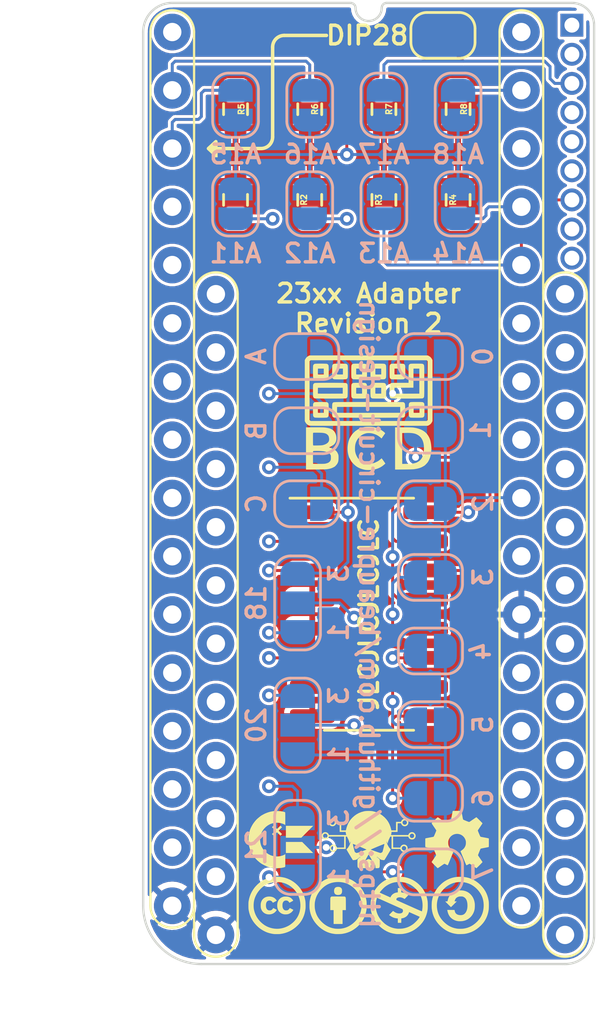
<source format=kicad_pcb>
(kicad_pcb (version 20211014) (generator pcbnew)
  (title_block (title "23xx Adapter") (date "2022-03-14") (rev "2") (company "Beaupré Circuit Design"))
  (layers (0 "F.Cu" mixed) (1 "In1.Cu" mixed) (2 "In2.Cu" mixed) (31 "B.Cu" mixed) (34 "B.Paste" user) (35 "F.Paste" user) (36 "B.SilkS" user "B.Silkscreen") (37 "F.SilkS" user "F.Silkscreen") (38 "B.Mask" user) (39 "F.Mask" user) (44 "Edge.Cuts" user))
  (net 0 "")
  (net 1 "/A11")
  (net 2 "/A12")
  (net 3 "/A13")
  (net 4 "/A14")
  (net 5 "/A15")
  (net 6 "/A16")
  (net 7 "/A17")
  (net 8 "/A18")
  (net 9 "/~{OE}")
  (net 10 "Net-(CF0-Pad2)")
  (net 11 "Net-(CF1-Pad2)")
  (net 12 "Net-(CF2-Pad2)")
  (net 13 "Net-(CF3-Pad2)")
  (net 14 "Net-(CF4-Pad2)")
  (net 15 "Net-(CF5-Pad2)")
  (net 16 "Net-(CF6-Pad2)")
  (net 17 "Net-(CF7-Pad2)")
  (net 18 "/~{CS}_{2}")
  (net 19 "Net-(CF18-Pad3)")
  (net 20 "/~{CS}_{1}")
  (net 21 "Net-(CF20-Pad3)")
  (net 22 "/~{CS}_{3}")
  (net 23 "Net-(CF21-Pad3)")
  (net 24 "GND")
  (net 25 "+5V")
  (net 26 "/A7")
  (net 27 "/A6")
  (net 28 "/A5")
  (net 29 "/A4")
  (net 30 "/A3")
  (net 31 "/A2")
  (net 32 "/A1")
  (net 33 "/A0")
  (net 34 "/A10")
  (net 35 "/A9")
  (net 36 "/A8")
  (net 37 "/D0")
  (net 38 "/D1")
  (net 39 "/D2")
  (net 40 "/D3")
  (net 41 "/D4")
  (net 42 "/D5")
  (net 43 "/D6")
  (net 44 "/D7")
  (footprint "BeaupreCircuitDesign:ChickenLips_2.5mm" (layer "F.Cu") (at 144.765119 109.60058)
    (fp_text reference "G2" hide)
    (fp_text value "ChickenLips" hide)
  )
  (footprint "Resistor_SMD:R_0603_1608Metric" (layer "F.Cu") (at 146.031 81.708 90)
    (fp_text reference "R2")
    (fp_text value "10KΩ")
  )
  (footprint "Resistor_SMD:R_0603_1608Metric" (layer "F.Cu") (at 146.031 77.755 -90)
    (fp_text reference "R6")
    (fp_text value "10KΩ")
  )
  (footprint "Resistor_SMD:R_0603_1608Metric" (layer "F.Cu") (at 149.269 77.755 -90)
    (fp_text reference "R7")
    (fp_text value "10KΩ")
  )
  (footprint "BeaupreCircuitDesign:BCD_Logo_5mm" (layer "F.Cu") (at 148.6025 90.98887)
    (fp_text reference "G1" hide)
    (fp_text value "BCD_Logo" hide)
  )
  (footprint "Resistor_SMD:R_0603_1608Metric" (layer "F.Cu") (at 142.793 81.708 90)
    (fp_text reference "R1")
    (fp_text value "10KΩ")
  )
  (footprint "Resistor_SMD:R_0603_1608Metric" (layer "F.Cu") (at 142.793 77.755 -90)
    (fp_text reference "R5")
    (fp_text value "10KΩ")
  )
  (footprint "Resistor_SMD:R_0603_1608Metric" (layer "F.Cu") (at 152.507 81.708 90)
    (fp_text reference "R4")
    (fp_text value "10KΩ")
  )
  (footprint "Creative_Common:CreativeCommons_Attribution_2.5mm" (layer "F.Cu") (at 147.269 112.473943)
    (fp_text reference "G6" hide)
    (fp_text value "CreativeCommons_Attribution" hide)
  )
  (footprint "Resistor_SMD:R_0603_1608Metric" (layer "F.Cu") (at 152.507 77.755 -90)
    (fp_text reference "R8")
    (fp_text value "10KΩ")
  )
  (footprint "Resistor_SMD:R_0603_1608Metric" (layer "F.Cu") (at 149.269 81.708 90)
    (fp_text reference "R3")
    (fp_text value "10KΩ")
  )
  (footprint "Creative_Common:CreativeCommons_ShareAlike_2.5mm" (layer "F.Cu") (at 152.603 112.475331)
    (fp_text reference "G7" hide)
    (fp_text value "CreativeCommons_ShareAlike" hide)
  )
  (footprint "Creative_Common:CreativeCommons_NonCommercial_2.5mm" (layer "F.Cu") (at 149.936 112.473943)
    (fp_text reference "G5")
    (fp_text value "CreativeCommons_NonCommercial")
  )
  (footprint "Creative_Common:CreativeCommons_2.5mm" (layer "F.Cu") (at 144.602 112.475379)
    (fp_text reference "G4" hide)
    (fp_text value "CreativeCommons" hide)
  )
  (footprint "BeaupreCircuitDesign:Skull_2.5mm" (layer "F.Cu") (at 148.602071 109.6)
    (fp_text reference "G8" hide)
    (fp_text value "Skull" hide)
  )
  (footprint "MOS_23xx:MOS_23xx_to_27xxx" (layer "F.Cu") (at 140.03 74.39)
    (fp_text reference "U1" hide)
    (fp_text value "MOS_23xx_to_27xxx" hide)
  )
  (footprint "BeaupreCircuitDesign:Open_Source_Hardware_2.5mm" (layer "F.Cu") (at 152.462222 109.597672)
    (fp_text reference "G3" hide)
    (fp_text value "OpenSource_Hardware" hide)
  )
  (footprint "Jumper:SolderJumper-2_P1.3mm_Open_RoundedPad1.0x1.5mm" (layer "F.Cu") (at 151.847 74.5375 180)
    (fp_text reference "V1")
    (fp_text value "SolderJumper_2_Open")
  )
  (footprint "Package_SO:SOIC-16_3.9x9.9mm_P1.27mm" (layer "F.Cu") (at 148.6175 99.775)
    (fp_text reference "U2")
    (fp_text value "74HCT138")
  )
  (footprint "Jumper:SolderJumper-2_P1.3mm_Open_RoundedPad1.0x1.5mm" (layer "B.Cu") (at 151.3 107.8 180)
    (fp_text reference "CF6")
    (fp_text value "SolderJumper_2_Open")
  )
  (footprint "Jumper:SolderJumper-2_P1.3mm_Open_RoundedPad1.0x1.5mm" (layer "B.Cu") (at 151.3 94.96 180)
    (fp_text reference "CF2")
    (fp_text value "SolderJumper_2_Open")
  )
  (footprint "Jumper:SolderJumper-2_P1.3mm_Open_RoundedPad1.0x1.5mm" (layer "B.Cu") (at 151.3 104.59 180)
    (fp_text reference "CF5")
    (fp_text value "SolderJumper_2_Open")
  )
  (footprint "Jumper:SolderJumper-3_P1.3mm_Open_RoundedPad1.0x1.5mm_NumberLabels" (layer "B.Cu") (at 145.5 109.942852 90)
    (fp_text reference "CF21")
    (fp_text value "SolderJumper_3_Open")
  )
  (footprint "Jumper:SolderJumper-2_P1.3mm_Open_RoundedPad1.0x1.5mm" (layer "B.Cu") (at 146.031 77.58 -90)
    (fp_text reference "A16")
    (fp_text value "SolderJumper_2_Open")
  )
  (footprint "Jumper:SolderJumper-3_P1.3mm_Open_RoundedPad1.0x1.5mm_NumberLabels" (layer "B.Cu") (at 145.5 104.613424 90)
    (fp_text reference "CF20")
    (fp_text value "SolderJumper_3_Open")
  )
  (footprint "Jumper:SolderJumper-2_P1.3mm_Open_RoundedPad1.0x1.5mm" (layer "B.Cu") (at 151.3 88.54 180)
    (fp_text reference "CF0")
    (fp_text value "SolderJumper_2_Open")
  )
  (footprint "Jumper:SolderJumper-2_P1.3mm_Open_RoundedPad1.0x1.5mm" (layer "B.Cu") (at 151.3 101.38 180)
    (fp_text reference "CF4")
    (fp_text value "SolderJumper_2_Open")
  )
  (footprint "Jumper:SolderJumper-3_P1.3mm_Open_RoundedPad1.0x1.5mm_NumberLabels" (layer "B.Cu") (at 145.5 99.283997 90)
    (fp_text reference "CF18")
    (fp_text value "SolderJumper_3_Open")
  )
  (footprint "Jumper:SolderJumper-2_P1.3mm_Open_RoundedPad1.0x1.5mm" (layer "B.Cu") (at 151.3 91.75 180)
    (fp_text reference "CF1")
    (fp_text value "SolderJumper_2_Open")
  )
  (footprint "Jumper:SolderJumper-2_P1.3mm_Open_RoundedPad1.0x1.5mm" (layer "B.Cu") (at 152.507 81.883 90)
    (fp_text reference "A14")
    (fp_text value "SolderJumper_2_Open")
  )
  (footprint "Jumper:SolderJumper-2_P1.3mm_Open_RoundedPad1.0x1.5mm" (layer "B.Cu") (at 145.9 88.54 180)
    (fp_text reference "JP1")
    (fp_text value "SolderJumper_2_Open")
  )
  (footprint "Jumper:SolderJumper-2_P1.3mm_Open_RoundedPad1.0x1.5mm" (layer "B.Cu") (at 145.9 91.775143 180)
    (fp_text reference "JP2")
    (fp_text value "SolderJumper_2_Open")
  )
  (footprint "Jumper:SolderJumper-2_P1.3mm_Open_RoundedPad1.0x1.5mm" (layer "B.Cu") (at 151.3 98.17 180)
    (fp_text reference "CF3")
    (fp_text value "SolderJumper_2_Open")
  )
  (footprint "Jumper:SolderJumper-2_P1.3mm_Open_RoundedPad1.0x1.5mm" (layer "B.Cu") (at 145.9 94.96 180)
    (fp_text reference "JP3")
    (fp_text value "SolderJumper_2_Open")
  )
  (footprint "Jumper:SolderJumper-2_P1.3mm_Open_RoundedPad1.0x1.5mm" (layer "B.Cu") (at 152.507 77.58 -90)
    (fp_text reference "A18")
    (fp_text value "SolderJumper_2_Open")
  )
  (footprint "Jumper:SolderJumper-2_P1.3mm_Open_RoundedPad1.0x1.5mm" (layer "B.Cu") (at 142.793 81.883 90)
    (fp_text reference "A11")
    (fp_text value "SolderJumper_2_Open")
  )
  (footprint "Jumper:SolderJumper-2_P1.3mm_Open_RoundedPad1.0x1.5mm" (layer "B.Cu") (at 146.031 81.883 90)
    (fp_text reference "A12")
    (fp_text value "SolderJumper_2_Open")
  )
  (footprint "Jumper:SolderJumper-2_P1.3mm_Open_RoundedPad1.0x1.5mm" (layer "B.Cu") (at 151.3 111.01 180)
    (fp_text reference "CF7")
    (fp_text value "SolderJumper_2_Open")
  )
  (footprint "Jumper:SolderJumper-2_P1.3mm_Open_RoundedPad1.0x1.5mm" (layer "B.Cu") (at 142.793 77.58 -90)
    (fp_text reference "A15")
    (fp_text value "SolderJumper_2_Open")
  )
  (footprint "Jumper:SolderJumper-2_P1.3mm_Open_RoundedPad1.0x1.5mm" (layer "B.Cu") (at 149.269 81.883 90)
    (fp_text reference "A13")
    (fp_text value "SolderJumper_2_Open")
  )
  (footprint "Jumper:SolderJumper-2_P1.3mm_Open_RoundedPad1.0x1.5mm" (layer "B.Cu") (at 149.269 77.58 -90)
    (fp_text reference "A17")
    (fp_text value "SolderJumper_2_Open")
  )
  (gr_arc (start 144.412 78.962) (mid 144.26321 79.32121) (end 143.904 79.47) (layer "F.SilkS") (width 0.1524))
  (gr_poly (pts (xy 141.935 79.77) (xy 141.61 79.47) (xy 141.935 79.17)) (layer "F.SilkS") (width 0.1524) (fill solid))
  (gr_line (start 143.904 79.47) (end 141.935 79.47) (layer "F.SilkS") (width 0.1524))
  (gr_line (start 146.761 74.5375) (end 144.92 74.5375) (layer "F.SilkS") (width 0.1524))
  (gr_arc (start 144.412 75.0455) (mid 144.56079 74.68629) (end 144.92 74.5375) (layer "F.SilkS") (width 0.1524))
  (gr_line (start 144.412 78.962) (end 144.412 75.0455) (layer "F.SilkS") (width 0.1524))
  (gr_line locked (start 158.445 74.09) (end 158.445 113.76) (layer "Edge.Cuts") (width 0.1))
  (gr_line (start 140.03 73.12) (end 147.8135 73.12) (layer "Edge.Cuts") (width 0.1))
  (gr_arc (start 149.174 73.3375) (mid 149.237704 73.183704) (end 149.3915 73.12) (layer "Edge.Cuts") (width 0.1))
  (gr_arc (start 158.445 113.76) (mid 158.076278 114.661278) (end 157.175 115.03) (layer "Edge.Cuts") (width 0.1))
  (gr_arc (start 157.475 73.12) (mid 158.160894 73.404106) (end 158.445 74.09) (layer "Edge.Cuts") (width 0.1))
  (gr_line (start 138.76 112.49) (end 138.76 74.39) (layer "Edge.Cuts") (width 0.1))
  (gr_arc (start 147.8135 73.12) (mid 147.967296 73.183704) (end 148.031 73.3375) (layer "Edge.Cuts") (width 0.1))
  (gr_arc (start 141.3 115.03) (mid 139.503949 114.286051) (end 138.76 112.49) (layer "Edge.Cuts") (width 0.1))
  (gr_arc (start 138.76 74.39) (mid 139.131974 73.491974) (end 140.03 73.12) (layer "Edge.Cuts") (width 0.1))
  (gr_line (start 141.3 115.03) (end 157.175 115.03) (layer "Edge.Cuts") (width 0.1))
  (gr_line (start 149.3915 73.12) (end 157.475 73.12) (layer "Edge.Cuts") (width 0.1))
  (gr_arc (start 149.174 73.3375) (mid 148.6025 73.909) (end 148.031 73.3375) (layer "Edge.Cuts") (width 0.1))
  (gr_text "7" (at 153.6 111.010001 90) (layer "B.SilkS") (effects (font (size 0.8128 0.8128) (thickness 0.1524)) (justify mirror)))
  (gr_text "B" (at 143.7 91.775143 90) (layer "B.SilkS") (effects (font (size 0.8128 0.8128) (thickness 0.1524)) (justify mirror)))
  (gr_text "A11" (at 142.793 84.042) (layer "B.SilkS") (effects (font (size 0.8128 0.8128) (thickness 0.1524)) (justify mirror)))
  (gr_text "5" (at 153.6 104.590001 90) (layer "B.SilkS") (effects (font (size 0.8128 0.8128) (thickness 0.1524)) (justify mirror)))
  (gr_text "1" (at 153.5 91.750001 90) (layer "B.SilkS") (effects (font (size 0.8128 0.8128) (thickness 0.1524)) (justify mirror)))
  (gr_text "2" (at 153.6 94.960001 90) (layer "B.SilkS") (effects (font (size 0.8128 0.8128) (thickness 0.1524)) (justify mirror)))
  (gr_text "https://github.com/beaupre-circuit-design" (at 148.6175 99.775 -90) (layer "B.SilkS") (effects (font (size 0.8128 0.8128) (thickness 0.1524)) (justify mirror)))
  (gr_text "A14" (at 152.507 84.042) (layer "B.SilkS") (effects (font (size 0.8128 0.8128) (thickness 0.1524)) (justify mirror)))
  (gr_text "C" (at 143.7 94.96 90) (layer "B.SilkS") (effects (font (size 0.8128 0.8128) (thickness 0.1524)) (justify mirror)))
  (gr_text "20" (at 143.7 104.613424 90) (layer "B.SilkS") (effects (font (size 0.8128 0.8128) (thickness 0.1524)) (justify mirror)))
  (gr_text "A15" (at 142.793 79.724) (layer "B.SilkS") (effects (font (size 0.8128 0.8128) (thickness 0.1524)) (justify mirror)))
  (gr_text "6" (at 153.6 107.800001 90) (layer "B.SilkS") (effects (font (size 0.8128 0.8128) (thickness 0.1524)) (justify mirror)))
  (gr_text "4" (at 153.5 101.380001 90) (layer "B.SilkS") (effects (font (size 0.8128 0.8128) (thickness 0.1524)) (justify mirror)))
  (gr_text "A12" (at 146.031 84.042) (layer "B.SilkS") (effects (font (size 0.8128 0.8128) (thickness 0.1524)) (justify mirror)))
  (gr_text "18" (at 143.7 99.283997 90) (layer "B.SilkS") (effects (font (size 0.8128 0.8128) (thickness 0.1524)) (justify mirror)))
  (gr_text "A13" (at 149.269 84.042) (layer "B.SilkS") (effects (font (size 0.8128 0.8128) (thickness 0.1524)) (justify mirror)))
  (gr_text "A16" (at 146.031 79.724) (layer "B.SilkS") (effects (font (size 0.8128 0.8128) (thickness 0.1524)) (justify mirror)))
  (gr_text "A18" (at 152.507 79.724) (layer "B.SilkS") (effects (font (size 0.8128 0.8128) (thickness 0.1524)) (justify mirror)))
  (gr_text "A" (at 143.7 88.54 90) (layer "B.SilkS") (effects (font (size 0.8128 0.8128) (thickness 0.1524)) (justify mirror)))
  (gr_text "21" (at 143.7 109.942852 90) (layer "B.SilkS") (effects (font (size 0.8128 0.8128) (thickness 0.1524)) (justify mirror)))
  (gr_text "A17" (at 149.269 79.72475) (layer "B.SilkS") (effects (font (size 0.8128 0.8128) (thickness 0.1514)) (justify mirror)))
  (gr_text "0" (at 153.6 88.540001 90) (layer "B.SilkS") (effects (font (size 0.8128 0.8128) (thickness 0.1524)) (justify mirror)))
  (gr_text "3" (at 153.6 98.170001 90) (layer "B.SilkS") (effects (font (size 0.8128 0.8128) (thickness 0.1524)) (justify mirror)))
  (gr_text "DIP28" (at 148.539 74.5375) (layer "F.SilkS") (effects (font (size 0.8128 0.8128) (thickness 0.1524))))
  (gr_text "${TITLE}\nRevision ${REVISION}" (at 148.6025 86.442908) (layer "F.SilkS") (effects (font (size 0.8128 0.8128) (thickness 0.1524))))
  (gr_text "JLCJLCJLCJLC" (at 148.6175 99.775001 90) (layer "F.SilkS") (effects (font (size 0.8128 0.8128) (thickness 0.1524))))
  (segment (start 142.793 82.533) (end 144.411999 82.533) (width 0.127) (layer "F.Cu") (net 1))
  (via (at 144.25 100.583997) (size 0.6) (drill 0.3) (layers "F.Cu" "B.Cu") (net 1))
  (via (at 144.411999 82.533) (size 0.6) (drill 0.3) (layers "F.Cu" "B.Cu") (net 1))
  (segment (start 145.5 100.583997) (end 144.13175 100.583997) (width 0.127) (layer "B.Cu") (net 1))
  (segment (start 142.793 82.533) (end 144.411999 82.533) (width 0.127) (layer "B.Cu") (net 1))
  (segment (start 146.031 82.533) (end 147.649999 82.533) (width 0.127) (layer "F.Cu") (net 2))
  (via (at 147.649999 82.533) (size 0.6) (drill 0.3) (layers "F.Cu" "B.Cu") (net 2))
  (via (at 144.25 111.242852) (size 0.6) (drill 0.3) (layers "F.Cu" "B.Cu") (net 2))
  (segment (start 146.031 82.533) (end 147.649999 82.533) (width 0.127) (layer "B.Cu") (net 2))
  (segment (start 145.5 111.242852) (end 144.25 111.242852) (width 0.127) (layer "B.Cu") (net 2))
  (segment (start 155.524 83.28) (end 156.032 83.28) (width 0.127) (layer "F.Cu") (net 3))
  (segment (start 155.27 84.55) (end 155.27 83.534) (width 0.127) (layer "F.Cu") (net 3))
  (segment (start 156.54 81.883) (end 156.713 81.71) (width 0.127) (layer "F.Cu") (net 3))
  (segment (start 149.269 84.391) (end 149.428 84.55) (width 0.127) (layer "F.Cu") (net 3))
  (segment (start 156.713 81.71) (end 157.475 81.71) (width 0.127) (layer "F.Cu") (net 3))
  (segment (start 156.54 82.772) (end 156.54 81.883) (width 0.127) (layer "F.Cu") (net 3))
  (segment (start 149.428 84.55) (end 155.27 84.55) (width 0.127) (layer "F.Cu") (net 3))
  (segment (start 156.032 83.28) (end 156.54 82.772) (width 0.127) (layer "F.Cu") (net 3))
  (segment (start 155.27 83.534) (end 155.524 83.28) (width 0.127) (layer "F.Cu") (net 3))
  (segment (start 149.269 82.533) (end 149.269 84.391) (width 0.127) (layer "F.Cu") (net 3))
  (segment (start 155.27 84.55) (end 149.428 84.55) (width 0.127) (layer "B.Cu") (net 3))
  (segment (start 149.269 84.391) (end 149.269 82.533) (width 0.127) (layer "B.Cu") (net 3))
  (segment (start 149.428 84.55) (end 149.269 84.391) (width 0.127) (layer "B.Cu") (net 3))
  (segment (start 155.27 82.01) (end 153.852999 82.01) (width 0.127) (layer "F.Cu") (net 4))
  (segment (start 153.725999 82.391) (end 153.725999 82.137) (width 0.127) (layer "F.Cu") (net 4))
  (segment (start 153.852999 82.01) (end 153.725999 82.137) (width 0.127) (layer "F.Cu") (net 4))
  (segment (start 153.583999 82.533) (end 153.725999 82.391) (width 0.127) (layer "F.Cu") (net 4))
  (segment (start 152.507 82.533) (end 153.583999 82.533) (width 0.127) (layer "F.Cu") (net 4))
  (segment (start 153.583999 82.533) (end 153.725999 82.391) (width 0.127) (layer "B.Cu") (net 4))
  (segment (start 152.507 82.533) (end 153.583999 82.533) (width 0.127) (layer "B.Cu") (net 4))
  (segment (start 153.725999 82.391) (end 153.725999 82.137) (width 0.127) (layer "B.Cu") (net 4))
  (segment (start 153.852999 82.01) (end 153.725999 82.137) (width 0.127) (layer "B.Cu") (net 4))
  (segment (start 155.27 82.01) (end 153.852999 82.01) (width 0.127) (layer "B.Cu") (net 4))
  (segment (start 140.157 78.2) (end 140.03 78.327) (width 0.127) (layer "F.Cu") (net 5))
  (segment (start 142.793 76.93) (end 141.427 76.93) (width 0.127) (layer "F.Cu") (net 5))
  (segment (start 141.427 76.93) (end 141.3 77.057) (width 0.127) (layer "F.Cu") (net 5))
  (segment (start 141.3 77.057) (end 141.3 78.073) (width 0.127) (layer "F.Cu") (net 5))
  (segment (start 140.03 78.327) (end 140.03 79.47) (width 0.127) (layer "F.Cu") (net 5))
  (segment (start 141.173 78.2) (end 140.157 78.2) (width 0.127) (layer "F.Cu") (net 5))
  (segment (start 141.3 78.073) (end 141.173 78.2) (width 0.127) (layer "F.Cu") (net 5))
  (segment (start 141.3 78.073) (end 141.3 77.057) (width 0.127) (layer "B.Cu") (net 5))
  (segment (start 141.173001 78.199999) (end 141.3 78.073) (width 0.127) (layer "B.Cu") (net 5))
  (segment (start 140.03 79.47) (end 140.03 78.326999) (width 0.127) (layer "B.Cu") (net 5))
  (segment (start 140.157 78.199999) (end 141.173001 78.199999) (width 0.127) (layer "B.Cu") (net 5))
  (segment (start 140.03 78.326999) (end 140.157 78.199999) (width 0.127) (layer "B.Cu") (net 5))
  (segment (start 141.3 77.057) (end 141.427 76.93) (width 0.127) (layer "B.Cu") (net 5))
  (segment (start 141.427 76.93) (end 142.793 76.93) (width 0.127) (layer "B.Cu") (net 5))
  (segment (start 146.031 76.93) (end 146.031 75.819) (width 0.127) (layer "F.Cu") (net 6))
  (segment (start 140.03 75.787) (end 140.03 76.93) (width 0.127) (layer "F.Cu") (net 6))
  (segment (start 146.031 75.819) (end 145.872 75.66) (width 0.127) (layer "F.Cu") (net 6))
  (segment (start 145.872 75.66) (end 140.157 75.66) (width 0.127) (layer "F.Cu") (net 6))
  (segment (start 140.157 75.66) (end 140.03 75.787) (width 0.127) (layer "F.Cu") (net 6))
  (segment (start 146.031 75.818999) (end 146.031 76.93) (width 0.127) (layer "B.Cu") (net 6))
  (segment (start 140.03 76.93) (end 140.03 75.787) (width 0.127) (layer "B.Cu") (net 6))
  (segment (start 140.157001 75.659999) (end 145.872 75.659999) (width 0.127) (layer "B.Cu") (net 6))
  (segment (start 145.872 75.659999) (end 146.031 75.818999) (width 0.127) (layer "B.Cu") (net 6))
  (segment (start 140.03 75.787) (end 140.157001 75.659999) (width 0.127) (layer "B.Cu") (net 6))
  (segment (start 149.269 75.819) (end 149.428 75.66) (width 0.127) (layer "F.Cu") (net 7))
  (segment (start 149.269 76.93) (end 149.269 75.819) (width 0.127) (layer "F.Cu") (net 7))
  (segment (start 156.522499 75.896499) (end 156.522499 76.422) (width 0.127) (layer "F.Cu") (net 7))
  (segment (start 152.497 74.5375) (end 152.497 75.427) (width 0.127) (layer "F.Cu") (net 7))
  (segment (start 149.428 75.66) (end 156.286 75.66) (width 0.127) (layer "F.Cu") (net 7))
  (segment (start 156.522499 76.422) (end 156.730499 76.63) (width 0.127) (layer "F.Cu") (net 7))
  (segment (start 156.730499 76.63) (end 157.475 76.63) (width 0.127) (layer "F.Cu") (net 7))
  (segment (start 156.286 75.66) (end 156.522499 75.896499) (width 0.127) (layer "F.Cu") (net 7))
  (segment (start 152.497 75.427) (end 152.73 75.66) (width 0.127) (layer "F.Cu") (net 7))
  (segment (start 149.428001 75.659999) (end 149.269 75.819) (width 0.127) (layer "B.Cu") (net 7))
  (segment (start 156.730499 76.63) (end 156.522499 76.422) (width 0.127) (layer "B.Cu") (net 7))
  (segment (start 149.269 75.819) (end 149.269 76.93) (width 0.127) (layer "B.Cu") (net 7))
  (segment (start 156.522499 75.896499) (end 156.285999 75.659999) (width 0.127) (layer "B.Cu") (net 7))
  (segment (start 156.285999 75.659999) (end 149.428001 75.659999) (width 0.127) (layer "B.Cu") (net 7))
  (segment (start 156.522499 76.422) (end 156.522499 75.896499) (width 0.127) (layer "B.Cu") (net 7))
  (segment (start 157.475 76.63) (end 156.730499 76.63) (width 0.127) (layer "B.Cu") (net 7))
  (segment (start 152.507 76.93) (end 155.27 76.93) (width 0.127) (layer "F.Cu") (net 8))
  (segment (start 152.507 76.93) (end 155.27 76.93) (width 0.127) (layer "B.Cu") (net 8))
  (segment (start 152.55 94.96) (end 152.815 94.695) (width 0.127) (layer "B.Cu") (net 9))
  (segment (start 152.815 94.695) (end 155.285 94.695) (width 0.127) (layer "B.Cu") (net 9))
  (segment (start 151.95 104.59) (end 151.95 105.95) (width 0.127) (layer "B.Cu") (net 9))
  (segment (start 151.95 101.38) (end 151.95 98.17) (width 0.127) (layer "B.Cu") (net 9))
  (segment (start 151.95 94.96) (end 151.95 91.75) (width 0.127) (layer "B.Cu") (net 9))
  (segment (start 145.5 105.913424) (end 151.913424 105.913424) (width 0.127) (layer "B.Cu") (net 9))
  (segment (start 151.95 105.95) (end 151.95 107.8) (width 0.127) (layer "B.Cu") (net 9))
  (segment (start 151.95 111.01) (end 151.95 107.8) (width 0.127) (layer "B.Cu") (net 9))
  (segment (start 151.95 91.75) (end 151.95 88.54) (width 0.127) (layer "B.Cu") (net 9))
  (segment (start 151.95 98.17) (end 151.95 94.96) (width 0.127) (layer "B.Cu") (net 9))
  (segment (start 151.95 94.96) (end 152.55 94.96) (width 0.127) (layer "B.Cu") (net 9))
  (segment (start 151.95 104.59) (end 151.95 101.38) (width 0.127) (layer "B.Cu") (net 9))
  (segment (start 151.913424 105.913424) (end 151.95 105.95) (width 0.127) (layer "B.Cu") (net 9))
  (segment (start 149.794 96.6) (end 149.65 96.456) (width 0.127) (layer "F.Cu") (net 10))
  (segment (start 149.65 96.456) (end 149.65 90.144999) (width 0.127) (layer "F.Cu") (net 10))
  (segment (start 151.0925 96.6) (end 149.794 96.6) (width 0.127) (layer "F.Cu") (net 10))
  (via (at 149.65 90.144999) (size 0.6) (drill 0.3) (layers "F.Cu" "B.Cu") (net 10))
  (segment (start 150.65 88.54) (end 149.883 88.54) (width 0.127) (layer "B.Cu") (net 10))
  (segment (start 149.65 88.773) (end 149.65 90.144999) (width 0.127) (layer "B.Cu") (net 10))
  (segment (start 149.883 88.54) (end 149.65 88.773) (width 0.127) (layer "B.Cu") (net 10))
  (segment (start 153.9 97.5) (end 153.53 97.87) (width 0.127) (layer "F.Cu") (net 11))
  (segment (start 153.53 97.87) (end 151.0925 97.87) (width 0.127) (layer "F.Cu") (net 11))
  (segment (start 150.65 92.932) (end 153.492 92.932) (width 0.127) (layer "F.Cu") (net 11))
  (segment (start 153.492 92.932) (end 153.9 93.34) (width 0.127) (layer "F.Cu") (net 11))
  (segment (start 153.9 93.34) (end 153.9 97.5) (width 0.127) (layer "F.Cu") (net 11))
  (via (at 150.65 92.932) (size 0.6) (drill 0.3) (layers "F.Cu" "B.Cu") (net 11))
  (segment (start 150.65 91.75) (end 150.65 92.932) (width 0.127) (layer "B.Cu") (net 11))
  (segment (start 151.0925 99.14) (end 149.921 99.14) (width 0.127) (layer "F.Cu") (net 12))
  (segment (start 149.921 99.14) (end 149.65 98.869) (width 0.127) (layer "F.Cu") (net 12))
  (segment (start 149.65 98.869) (end 149.65 97.274999) (width 0.127) (layer "F.Cu") (net 12))
  (via (at 149.65 97.274999) (size 0.6) (drill 0.3) (layers "F.Cu" "B.Cu") (net 12))
  (segment (start 150.65 94.96) (end 150.067 94.96) (width 0.127) (layer "B.Cu") (net 12))
  (segment (start 149.65 95.377) (end 149.65 97.274999) (width 0.127) (layer "B.Cu") (net 12))
  (segment (start 150.067 94.96) (end 149.65 95.377) (width 0.127) (layer "B.Cu") (net 12))
  (segment (start 149.65 100.266) (end 149.65 99.774999) (width 0.127) (layer "F.Cu") (net 13))
  (segment (start 151.0925 100.41) (end 149.794 100.41) (width 0.127) (layer "F.Cu") (net 13))
  (segment (start 149.794 100.41) (end 149.65 100.266) (width 0.127) (layer "F.Cu") (net 13))
  (via (at 149.65 99.774999) (size 0.6) (drill 0.3) (layers "F.Cu" "B.Cu") (net 13))
  (segment (start 149.65 98.425) (end 149.65 99.774999) (width 0.127) (layer "B.Cu") (net 13))
  (segment (start 149.905 98.17) (end 149.65 98.425) (width 0.127) (layer "B.Cu") (net 13))
  (segment (start 150.65 98.17) (end 149.905 98.17) (width 0.127) (layer "B.Cu") (net 13))
  (segment (start 151.0925 101.68) (end 149.65 101.68) (width 0.127) (layer "F.Cu") (net 14))
  (via (at 149.65 101.68) (size 0.6) (drill 0.3) (layers "F.Cu" "B.Cu") (net 14))
  (segment (start 150.65 101.38) (end 149.8 101.38) (width 0.127) (layer "B.Cu") (net 14))
  (segment (start 149.65 101.53) (end 149.8 101.38) (width 0.127) (layer "B.Cu") (net 14))
  (segment (start 149.65 101.68) (end 149.65 101.53) (width 0.127) (layer "B.Cu") (net 14))
  (segment (start 149.65 103.584999) (end 149.65 103.124) (width 0.127) (layer "F.Cu") (net 15))
  (segment (start 151.0925 102.95) (end 149.824 102.95) (width 0.127) (layer "F.Cu") (net 15))
  (segment (start 149.65 103.124) (end 149.824 102.95) (width 0.127) (layer "F.Cu") (net 15))
  (via (at 149.65 103.584999) (size 0.6) (drill 0.3) (layers "F.Cu" "B.Cu") (net 15))
  (segment (start 149.65 104.457) (end 149.65 103.584999) (width 0.127) (layer "B.Cu") (net 15))
  (segment (start 150.65 104.59) (end 149.783 104.59) (width 0.127) (layer "B.Cu") (net 15))
  (segment (start 149.783 104.59) (end 149.65 104.457) (width 0.127) (layer "B.Cu") (net 15))
  (segment (start 149.65 107.8) (end 149.65 104.35) (width 0.127) (layer "F.Cu") (net 16))
  (segment (start 149.65 104.35) (end 149.78 104.22) (width 0.127) (layer "F.Cu") (net 16))
  (segment (start 149.78 104.22) (end 151.0925 104.22) (width 0.127) (layer "F.Cu") (net 16))
  (via (at 149.65 107.8) (size 0.6) (drill 0.3) (layers "F.Cu" "B.Cu") (net 16))
  (segment (start 150.65 107.8) (end 149.65 107.8) (width 0.127) (layer "B.Cu") (net 16))
  (segment (start 146.1425 102.95) (end 148.25 102.95) (width 0.127) (layer "F.Cu") (net 17))
  (segment (start 149.65 111.01) (end 148.96 111.01) (width 0.127) (layer "F.Cu") (net 17))
  (segment (start 148.743123 103.443123) (end 148.743123 110.793123) (width 0.127) (layer "F.Cu") (net 17))
  (segment (start 148.25 102.95) (end 148.743123 103.443123) (width 0.127) (layer "F.Cu") (net 17))
  (segment (start 148.743123 110.793123) (end 148.96 111.01) (width 0.127) (layer "F.Cu") (net 17))
  (via (at 149.65 111.01) (size 0.6) (drill 0.3) (layers "F.Cu" "B.Cu") (net 17))
  (segment (start 150.65 111.01) (end 149.65 111.01) (width 0.127) (layer "B.Cu") (net 17))
  (via (at 147.968748 99.921497) (size 0.6) (drill 0.3) (layers "F.Cu" "B.Cu") (net 18))
  (segment (start 145.5 99.283997) (end 147.331249 99.283997) (width 0.127) (layer "B.Cu") (net 18))
  (segment (start 147.331249 99.283997) (end 147.968749 99.921497) (width 0.127) (layer "B.Cu") (net 18))
  (segment (start 146.1425 95.33) (end 147.7 95.33) (width 0.127) (layer "F.Cu") (net 19))
  (via (at 147.7 95.33) (size 0.6) (drill 0.3) (layers "F.Cu" "B.Cu") (net 19))
  (segment (start 147.7 95.33) (end 147.7 97.5) (width 0.127) (layer "B.Cu") (net 19))
  (segment (start 147.7 97.5) (end 147.216003 97.983997) (width 0.127) (layer "B.Cu") (net 19))
  (segment (start 147.216003 97.983997) (end 145.5 97.983997) (width 0.127) (layer "B.Cu") (net 19))
  (segment (start 147.7 88.9) (end 147.7 95.33) (width 0.127) (layer "B.Cu") (net 19))
  (segment (start 146.55 88.54) (end 147.34 88.54) (width 0.127) (layer "B.Cu") (net 19))
  (segment (start 147.34 88.54) (end 147.7 88.9) (width 0.127) (layer "B.Cu") (net 19))
  (via (at 147.968748 104.613424) (size 0.6) (drill 0.3) (layers "F.Cu" "B.Cu") (net 20))
  (segment (start 145.5 104.613424) (end 147.968748 104.613424) (width 0.127) (layer "B.Cu") (net 20))
  (segment (start 146.1425 96.6) (end 144.25 96.6) (width 0.127) (layer "F.Cu") (net 21))
  (via (at 144.25 96.6) (size 0.6) (drill 0.3) (layers "F.Cu" "B.Cu") (net 21))
  (via (at 144.25 90.157571) (size 0.6) (drill 0.3) (layers "F.Cu" "B.Cu") (net 21))
  (via (at 144.25 103.313424) (size 0.6) (drill 0.3) (layers "F.Cu" "B.Cu") (net 21))
  (segment (start 146.157571 90.157571) (end 144.25 90.157571) (width 0.127) (layer "B.Cu") (net 21))
  (segment (start 146.55 90.55) (end 146.55 91.775143) (width 0.127) (layer "B.Cu") (net 21))
  (segment (start 146.157571 90.157571) (end 146.55 90.55) (width 0.127) (layer "B.Cu") (net 21))
  (segment (start 145.5 103.313424) (end 144.25 103.313424) (width 0.127) (layer "B.Cu") (net 21))
  (via (at 146.75 109.942852) (size 0.6) (drill 0.3) (layers "F.Cu" "B.Cu") (net 22))
  (segment (start 145.5 109.942852) (end 146.75 109.942852) (width 0.127) (layer "B.Cu") (net 22))
  (segment (start 146.1425 97.87) (end 144.25 97.87) (width 0.127) (layer "F.Cu") (net 23))
  (via (at 144.25 107.278137) (size 0.6) (drill 0.3) (layers "F.Cu" "B.Cu") (net 23))
  (via (at 144.25 97.87) (size 0.6) (drill 0.3) (layers "F.Cu" "B.Cu") (net 23))
  (via (at 144.25 93.367571) (size 0.6) (drill 0.3) (layers "F.Cu" "B.Cu") (net 23))
  (segment (start 144.25 93.367571) (end 146.267571 93.367571) (width 0.127) (layer "B.Cu") (net 23))
  (segment (start 146.267571 93.367571) (end 146.55 93.65) (width 0.127) (layer "B.Cu") (net 23))
  (segment (start 145.5 107.5) (end 145.278137 107.278137) (width 0.127) (layer "B.Cu") (net 23))
  (segment (start 145.278137 107.278137) (end 144.25 107.278137) (width 0.127) (layer "B.Cu") (net 23))
  (segment (start 146.55 93.65) (end 146.55 94.96) (width 0.127) (layer "B.Cu") (net 23))
  (segment (start 145.5 108.642852) (end 145.5 107.5) (width 0.127) (layer "B.Cu") (net 23))
  (segment (start 147.649999 79.731499) (end 147.649999 74.898001) (width 0.127) (layer "F.Cu") (net 25))
  (segment (start 147.649999 74.898001) (end 148.0105 74.5375) (width 0.127) (layer "F.Cu") (net 25))
  (segment (start 151.0925 95.33) (end 152.951999 95.33) (width 0.127) (layer "F.Cu") (net 25))
  (segment (start 148.0105 74.5375) (end 151.197 74.5375) (width 0.127) (layer "F.Cu") (net 25))
  (segment (start 146.1425 101.68) (end 144.25 101.68) (width 0.127) (layer "F.Cu") (net 25))
  (via (at 147.649999 79.731499) (size 0.6) (drill 0.3) (layers "F.Cu" "B.Cu") (net 25))
  (via (at 144.25 101.68) (size 0.6) (drill 0.3) (layers "F.Cu" "B.Cu") (net 25))
  (via (at 152.951999 95.33) (size 0.6) (drill 0.3) (layers "F.Cu" "B.Cu") (net 25))
  (segment (start 146.245501 79.731499) (end 146.031 79.946) (width 0.127) (layer "B.Cu") (net 25))
  (segment (start 152.356499 79.731499) (end 149.054499 79.731499) (width 0.127) (layer "B.Cu") (net 25))
  (segment (start 149.269 78.23) (end 149.269 79.516998) (width 0.127) (layer "B.Cu") (net 25))
  (segment (start 149.269 79.946) (end 149.054499 79.731499) (width 0.127) (layer "B.Cu") (net 25))
  (segment (start 152.507 79.882) (end 152.356499 79.731499) (width 0.127) (layer "B.Cu") (net 25))
  (segment (start 142.793 79.896998) (end 142.958499 79.731499) (width 0.127) (layer "B.Cu") (net 25))
  (segment (start 149.054499 79.731499) (end 147.649999 79.731499) (width 0.127) (layer "B.Cu") (net 25))
  (segment (start 152.507 79.580998) (end 152.356499 79.731499) (width 0.127) (layer "B.Cu") (net 25))
  (segment (start 149.269 81.233) (end 149.269 79.946) (width 0.127) (layer "B.Cu") (net 25))
  (segment (start 142.958499 79.731499) (end 147.649999 79.731499) (width 0.127) (layer "B.Cu") (net 25))
  (segment (start 142.793 79.566) (end 142.958499 79.731499) (width 0.127) (layer "B.Cu") (net 25))
  (segment (start 146.031 79.946) (end 146.031 81.233) (width 0.127) (layer "B.Cu") (net 25))
  (segment (start 142.793 78.23) (end 142.793 79.566) (width 0.127) (layer "B.Cu") (net 25))
  (segment (start 149.269 79.516998) (end 149.054499 79.731499) (width 0.127) (layer "B.Cu") (net 25))
  (segment (start 152.507 81.233) (end 152.507 79.882) (width 0.127) (layer "B.Cu") (net 25))
  (segment (start 146.260499 79.731499) (end 146.031 79.502) (width 0.127) (layer "B.Cu") (net 25))
  (segment (start 152.507 78.23) (end 152.507 79.580998) (width 0.127) (layer "B.Cu") (net 25))
  (segment (start 142.793 81.233) (end 142.793 79.896998) (width 0.127) (layer "B.Cu") (net 25))
  (segment (start 146.031 79.502) (end 146.031 78.23) (width 0.127) (layer "B.Cu") (net 25))
  (zone (net 24) (net_name "GND") (layer "F.Cu") (connect_pads (clearance 0.127)) (min_thickness 0.127) (fill yes (thermal_gap 0.254) (thermal_bridge_width 0.254))
    (polygon (pts (xy 158.572 115.157) (xy 138.633 115.157) (xy 138.633 72.993) (xy 158.572 72.993)))
  )
  (zone (net 24) (net_name "GND") (layer "B.Cu") (connect_pads (clearance 0.127)) (min_thickness 0.127) (fill yes (thermal_gap 0.254) (thermal_bridge_width 0.254))
    (polygon (pts (xy 158.572 115.157) (xy 138.633 115.157) (xy 138.633 72.993) (xy 158.572 72.993)))
  )
)
</source>
